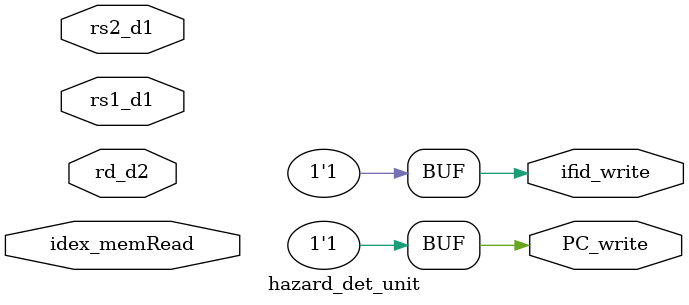
<source format=v>
module hazard_det_unit (
    input wire idex_memRead,
    input wire rs1_d1,
    input wire rs2_d1,
    input wire rd_d2,
    output wire ifid_write,
    output wire PC_write
);

    assign ifid_write = 1'b1;
    assign PC_write = 1'b1;

    // Check for data hazards
    assign ifid_write = ((idex_memRead) & ((rs1_d1 == rd_d2) || (rs2_d1 == rd_d2))) ? 1'b0 : 1'b1;

    // Check for control hazards
    assign PC_write = ((idex_memRead) & ((rs1_d1 == rd_d2) || (rs2_d1 == rd_d2))) ? 1'b0 : 1'b1;

endmodule
</source>
